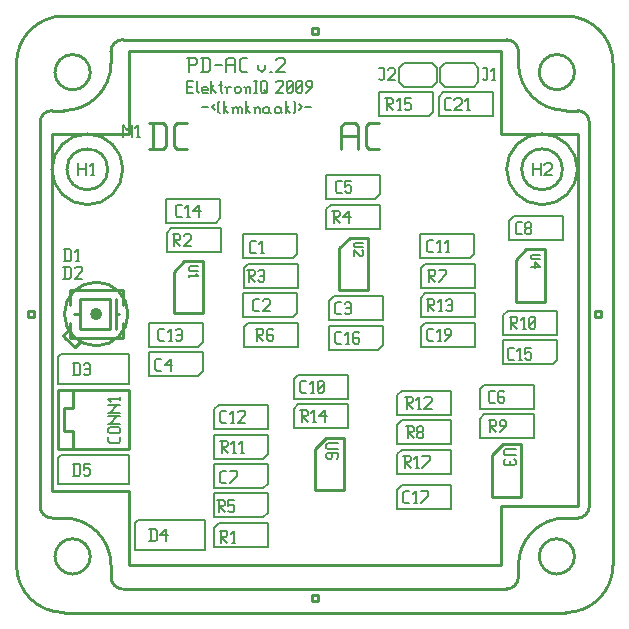
<source format=gbr>
G04 start of page 10 for group -4079 idx -4079 *
G04 Title: PD-ac, topsilk *
G04 Creator: pcb 1.99x *
G04 CreationDate: Fri 09 Jan 2009 03:59:07 PM GMT UTC *
G04 For: kmk *
G04 Format: Gerber/RS-274X *
G04 PCB-Dimensions: 275591 314961 *
G04 PCB-Coordinate-Origin: lower left *
%MOIN*%
%FSLAX24Y24*%
%LNFRONTSILK*%
%ADD14C,0.0150*%
%ADD23C,0.0098*%
%ADD32C,0.0088*%
%ADD33C,0.0060*%
%ADD38C,0.0100*%
%ADD55C,0.0110*%
%ADD56C,0.0080*%
%ADD57C,0.0079*%
G54D55*X7677Y4133D02*X20079D01*
X22638Y6101D02*Y18503D01*
X20079Y4133D02*Y6101D01*
X22638D01*
X5117Y18502D02*Y6593D01*
X7677D02*Y4133D01*
X5117Y6593D02*X7677D01*
X20075Y18508D02*Y21262D01*
X7677Y21259D02*Y18503D01*
X20079Y21259D02*X7677D01*
Y18503D02*X5118D01*
X22637Y18503D02*X20077D01*
G54D38*X6299Y18503D02*G75*G03X5118Y17322I0J-1181D01*G01*
G75*G03X6299Y16141I1181J0D01*G01*
X7480Y17322D02*G75*G03X6299Y18503I-1181J0D01*G01*
Y16141D02*G75*G03X7480Y17322I0J1181D01*G01*
X21455Y16141D02*G75*G03X22636Y17322I0J1181D01*G01*
G75*G03X21455Y18503I-1181J0D01*G01*
G75*G03X20274Y17322I0J-1181D01*G01*
G75*G03X21455Y16141I1181J0D01*G01*
G54D32*X8476Y18873D02*Y17989D01*
X8808Y18873D02*X8918Y18763D01*
Y18100D01*
X8808Y17989D02*X8918Y18100D01*
X8366Y17989D02*X8808D01*
X8366Y18873D02*X8808D01*
X9294Y17989D02*X9626D01*
X9184Y18100D02*X9294Y17989D01*
X9184Y18763D02*Y18100D01*
Y18763D02*X9294Y18873D01*
X9626D01*
X14763Y18763D02*Y17989D01*
Y18763D02*X14874Y18873D01*
X15205D01*
X15316Y18763D01*
Y17989D01*
X14763Y18431D02*X15316D01*
X15692Y17989D02*X16023D01*
X15581Y18100D02*X15692Y17989D01*
X15581Y18763D02*Y18100D01*
Y18763D02*X15692Y18873D01*
X16023D01*
G54D33*X9698Y21042D02*Y20554D01*
X9637Y21042D02*X9881D01*
X9942Y20981D01*
Y20859D01*
X9881Y20798D02*X9942Y20859D01*
X9698Y20798D02*X9881D01*
X10149Y21042D02*Y20554D01*
X10332Y21042D02*X10393Y20981D01*
Y20615D01*
X10332Y20554D02*X10393Y20615D01*
X10088Y20554D02*X10332D01*
X10088Y21042D02*X10332D01*
X10540Y20798D02*X10784D01*
X10930Y20981D02*Y20554D01*
Y20981D02*X10991Y21042D01*
X11174D01*
X11235Y20981D01*
Y20554D01*
X10930Y20798D02*X11235D01*
X11443Y20554D02*X11626D01*
X11382Y20615D02*X11443Y20554D01*
X11382Y20981D02*Y20615D01*
Y20981D02*X11443Y21042D01*
X11626D01*
X11992Y20798D02*Y20676D01*
X12114Y20554D01*
X12236Y20676D01*
Y20798D02*Y20676D01*
X12382Y20554D02*X12443D01*
X12590Y20981D02*X12651Y21042D01*
X12834D01*
X12895Y20981D01*
Y20859D01*
X12590Y20554D02*X12895Y20859D01*
X12590Y20554D02*X12895D01*
X9637Y20077D02*X9787D01*
X9637Y19877D02*X9837D01*
X9637Y20277D02*Y19877D01*
Y20277D02*X9837D01*
X9957D02*Y19927D01*
X10007Y19877D01*
X10157D02*X10307D01*
X10107Y19927D02*X10157Y19877D01*
X10107Y20027D02*Y19927D01*
Y20027D02*X10157Y20077D01*
X10257D01*
X10307Y20027D01*
X10107Y19977D02*X10307D01*
Y20027D02*Y19977D01*
X10427Y20277D02*Y19877D01*
Y20027D02*X10577Y19877D01*
X10427Y20027D02*X10527Y20127D01*
X10747Y20277D02*Y19927D01*
X10797Y19877D01*
X10697Y20127D02*X10797D01*
X10947Y20027D02*Y19877D01*
Y20027D02*X10997Y20077D01*
X11097D01*
X10897D02*X10947Y20027D01*
X11217D02*Y19927D01*
Y20027D02*X11267Y20077D01*
X11367D01*
X11417Y20027D01*
Y19927D01*
X11367Y19877D02*X11417Y19927D01*
X11267Y19877D02*X11367D01*
X11217Y19927D02*X11267Y19877D01*
X11587Y20027D02*Y19877D01*
Y20027D02*X11637Y20077D01*
X11687D01*
X11737Y20027D01*
Y19877D01*
X11537Y20077D02*X11587Y20027D01*
X11858Y20277D02*X11958D01*
X11908D02*Y19877D01*
X11858D02*X11958D01*
X12078Y20227D02*Y19927D01*
Y20227D02*X12128Y20277D01*
X12228D01*
X12278Y20227D01*
Y19927D01*
X12228Y19877D02*X12278Y19927D01*
X12128Y19877D02*X12228D01*
X12078Y19927D02*X12128Y19877D01*
X12178Y19977D02*X12278Y19877D01*
X12578Y20227D02*X12628Y20277D01*
X12778D01*
X12828Y20227D01*
Y20127D01*
X12578Y19877D02*X12828Y20127D01*
X12578Y19877D02*X12828D01*
X12948Y19927D02*X12998Y19877D01*
X12948Y20227D02*Y19927D01*
Y20227D02*X12998Y20277D01*
X13098D01*
X13148Y20227D01*
Y19927D01*
X13098Y19877D02*X13148Y19927D01*
X12998Y19877D02*X13098D01*
X12948Y19977D02*X13148Y20177D01*
X13268Y19927D02*X13318Y19877D01*
X13268Y20227D02*Y19927D01*
Y20227D02*X13318Y20277D01*
X13418D01*
X13468Y20227D01*
Y19927D01*
X13418Y19877D02*X13468Y19927D01*
X13318Y19877D02*X13418D01*
X13268Y19977D02*X13468Y20177D01*
X13588Y19877D02*X13788Y20077D01*
Y20227D02*Y20077D01*
X13738Y20277D02*X13788Y20227D01*
X13638Y20277D02*X13738D01*
X13588Y20227D02*X13638Y20277D01*
X13588Y20227D02*Y20127D01*
X13638Y20077D01*
X13788D01*
X10129Y19388D02*X10329D01*
X10449D02*X10549Y19488D01*
X10449Y19388D02*X10549Y19288D01*
X10669Y19238D02*X10719Y19188D01*
X10669Y19538D02*X10719Y19588D01*
X10669Y19538D02*Y19238D01*
X10839Y19588D02*Y19188D01*
Y19338D02*X10989Y19188D01*
X10839Y19338D02*X10939Y19438D01*
X11159Y19338D02*Y19188D01*
Y19338D02*X11209Y19388D01*
X11259D01*
X11309Y19338D01*
Y19188D01*
Y19338D02*X11359Y19388D01*
X11409D01*
X11459Y19338D01*
Y19188D01*
X11109Y19388D02*X11159Y19338D01*
X11579Y19588D02*Y19188D01*
Y19338D02*X11729Y19188D01*
X11579Y19338D02*X11679Y19438D01*
X11899Y19338D02*Y19188D01*
Y19338D02*X11949Y19388D01*
X11999D01*
X12049Y19338D01*
Y19188D01*
X11849Y19388D02*X11899Y19338D01*
X12319Y19388D02*X12369Y19338D01*
X12219Y19388D02*X12319D01*
X12169Y19338D02*X12219Y19388D01*
X12169Y19338D02*Y19238D01*
X12219Y19188D01*
X12369Y19388D02*Y19238D01*
X12419Y19188D01*
X12219D02*X12319D01*
X12369Y19238D01*
X12689Y19388D02*X12739Y19338D01*
X12589Y19388D02*X12689D01*
X12539Y19338D02*X12589Y19388D01*
X12539Y19338D02*Y19238D01*
X12589Y19188D01*
X12739Y19388D02*Y19238D01*
X12789Y19188D01*
X12589D02*X12689D01*
X12739Y19238D01*
X12910Y19588D02*Y19188D01*
Y19338D02*X13060Y19188D01*
X12910Y19338D02*X13010Y19438D01*
X13180Y19588D02*X13230Y19538D01*
Y19238D01*
X13180Y19188D02*X13230Y19238D01*
X13350Y19488D02*X13450Y19388D01*
X13350Y19288D02*X13450Y19388D01*
X13570D02*X13770D01*
G54D56*X17415Y12395D02*X19215D01*
Y13195D01*
X17565D01*
X17415Y13045D01*
Y12395D01*
G54D38*X21553Y12909D02*Y13779D01*
X20573Y12909D02*X21553D01*
X20573Y13779D02*Y12909D01*
X21553Y14649D02*Y13779D01*
X20933Y14649D02*X21553D01*
X20573Y14289D02*X20933Y14649D01*
X20573Y13779D02*Y14289D01*
G54D56*X17415Y13379D02*X19215D01*
Y14179D01*
X17565D01*
X17415Y14029D01*
Y13379D01*
X17399Y15163D02*X19199D01*
X17399D02*Y14363D01*
X19049D01*
X19199Y14513D01*
Y15163D02*Y14513D01*
X20170Y11804D02*X21970D01*
Y12604D01*
X20320D01*
X20170Y12454D01*
Y11804D01*
X20367Y14954D02*X22167D01*
Y15754D01*
X20517D01*
X20367Y15604D01*
Y14954D01*
X8344Y11242D02*X10144D01*
X8344D02*Y10442D01*
X9994D01*
X10144Y10592D01*
Y11242D02*Y10592D01*
X5315Y10169D02*X7677D01*
Y11153D01*
X5413D01*
X5315Y11055D01*
Y10169D01*
X8344Y12211D02*X10144D01*
X8344D02*Y11411D01*
X9994D01*
X10144Y11561D01*
Y12211D02*Y11561D01*
X10509Y6518D02*X12309D01*
X10509D02*Y5718D01*
X12159D01*
X12309Y5868D01*
Y6518D02*Y5868D01*
X10509Y7486D02*X12309D01*
X10509D02*Y6686D01*
X12159D01*
X12309Y6836D01*
Y7486D02*Y6836D01*
X10509Y8470D02*X12309D01*
X10509D02*Y7670D01*
X12159D01*
X12309Y7820D01*
Y8470D02*Y7820D01*
X10525Y4718D02*X12325D01*
Y5518D01*
X10675D01*
X10525Y5368D01*
Y4718D01*
G54D38*X13880Y8006D02*X14240Y8366D01*
X13880Y6626D02*X14860D01*
Y8366D01*
X14240D02*X14860D01*
X13880Y6626D02*Y8006D01*
G54D56*X16627Y5997D02*X18427D01*
Y6797D02*Y5997D01*
X16777Y6797D02*X18427D01*
X16777D02*X16627Y6647D01*
Y5997D01*
Y7178D02*X18427D01*
Y7978D01*
X16777D01*
X16627Y7828D01*
Y7178D01*
G54D38*X20765Y6413D02*Y7283D01*
X19785Y6413D02*X20765D01*
X19785Y7283D02*Y6413D01*
X20765Y8153D02*Y7283D01*
X20145Y8153D02*X20765D01*
X19785Y7793D02*X20145Y8153D01*
X19785Y7283D02*Y7793D01*
X22244Y22430D02*X5512D01*
G54D23*X22244Y5698D02*X22638D01*
G54D38*X3937Y4123D02*Y20855D01*
G54D23*X20669Y4123D02*Y3729D01*
G54D38*X4724Y18887D02*Y6091D01*
X5512Y2548D02*X22244D01*
X7480Y3336D02*X20275D01*
G54D23*X20669Y21249D02*Y20855D01*
X7086Y21249D02*Y20855D01*
X5118Y19280D02*X5512D01*
X7086Y3729D02*Y4123D01*
X5118Y5698D02*X5512D01*
X22244Y19280D02*X22638D01*
G54D38*X23819Y20855D02*Y4123D01*
X23031Y18887D02*Y6091D01*
X7480Y21643D02*X20275D01*
G54D23*X23228Y12588D02*Y12391D01*
Y12588D02*X23425D01*
X23228Y12391D02*X23425D01*
X4527Y12588D02*X4330D01*
Y12391D01*
X4527D01*
X13976Y3139D02*Y2942D01*
X13779D02*Y3139D01*
X13976D01*
X13779Y21839D02*Y22036D01*
X13976D01*
Y21839D01*
X13779D01*
X13976Y2942D02*X13779D01*
X23425Y12588D02*Y12391D01*
X4527Y12588D02*Y12391D01*
X4724Y6091D02*G75*G03X5118Y5698I393J0D01*G01*
X7480Y21643D02*G75*G03X7086Y21249I0J-393D01*G01*
X22244Y5698D02*G75*G03X20669Y4123I0J-1574D01*G01*
Y20855D02*G75*G03X22244Y19280I1574J0D01*G01*
X22638Y5698D02*G75*G03X23031Y6091I0J393D01*G01*
X20669Y21249D02*G75*G03X20275Y21643I-393J0D01*G01*
X3937Y4123D02*G75*G03X5512Y2548I1574J0D01*G01*
Y22430D02*G75*G03X3937Y20855I0J-1574D01*G01*
X5118Y19280D02*G75*G03X4724Y18887I0J-393D01*G01*
X5512Y19280D02*G75*G03X7086Y20855I0J1574D01*G01*
Y4123D02*G75*G03X5512Y5698I-1574J0D01*G01*
X7086Y3729D02*G75*G03X7480Y3336I393J0D01*G01*
X23031Y18887D02*G75*G03X22638Y19280I-393J0D01*G01*
X20275Y3336D02*G75*G03X20669Y3729I0J393D01*G01*
X23819Y20855D02*G75*G03X22244Y22430I-1574J0D01*G01*
Y2548D02*G75*G03X23819Y4123I0J1574D01*G01*
X21949Y5009D02*G75*G03X21358Y4418I0J-590D01*G01*
X22539D02*G75*G03X21949Y5009I-590J0D01*G01*
X21948Y3828D02*G75*G03X22539Y4418I0J590D01*G01*
X21358Y4418D02*G75*G03X21948Y3828I590J0D01*G01*
X6397Y4418D02*G75*G03X5807Y5009I-590J0D01*G01*
X5807Y3828D02*G75*G03X6397Y4418I0J590D01*G01*
X5216Y4418D02*G75*G03X5807Y3828I590J0D01*G01*
X5807Y5009D02*G75*G03X5216Y4418I0J-590D01*G01*
X5807Y19969D02*G75*G03X6397Y20560I0J590D01*G01*
Y20560D02*G75*G03X5807Y21151I-590J0D01*G01*
Y21150D02*G75*G03X5216Y20560I0J-590D01*G01*
X5216D02*G75*G03X5807Y19969I590J0D01*G01*
X21949Y21151D02*G75*G03X21358Y20560I0J-590D01*G01*
X22539D02*G75*G03X21948Y21151I-590J0D01*G01*
Y19969D02*G75*G03X22539Y20560I0J590D01*G01*
X21358Y20560D02*G75*G03X21948Y19969I590J0D01*G01*
G54D56*X10526Y8671D02*X12326D01*
Y9471D01*
X10676D01*
X10526Y9321D01*
Y8671D01*
X19383Y9344D02*X21183D01*
Y10144D01*
X19533D01*
X19383Y9994D01*
Y9344D01*
Y8359D02*X21183D01*
Y9159D01*
X19533D01*
X19383Y9009D01*
Y8359D01*
X16627Y9147D02*X18427D01*
Y9947D01*
X16777D01*
X16627Y9797D01*
Y9147D01*
Y8163D02*X18427D01*
Y8963D01*
X16777D01*
X16627Y8813D01*
Y8163D01*
X17418Y11410D02*X19218D01*
Y12210D01*
X17568D01*
X17418Y12060D01*
Y11410D01*
X20155Y11620D02*X21955D01*
X20155D02*Y10820D01*
X21805D01*
X21955Y10970D01*
Y11620D02*Y10970D01*
X13186Y8687D02*X14986D01*
Y9487D01*
X13336D01*
X13186Y9337D01*
Y8687D01*
Y9672D02*X14986D01*
Y10472D02*Y9672D01*
X13336Y10472D02*X14986D01*
X13336D02*X13186Y10322D01*
Y9672D01*
X14348Y12112D02*X16148D01*
X14348D02*Y11312D01*
X15998D01*
X16148Y11462D01*
Y12112D02*Y11462D01*
X11509Y11411D02*X13309D01*
Y12211D02*Y11411D01*
X11659Y12211D02*X13309D01*
X11659D02*X11509Y12061D01*
Y11411D01*
G54D38*X6043Y11554D02*X5885Y11396D01*
Y11396D02*Y11396D01*
Y11396D02*X5570Y11711D01*
X5492Y11790D01*
X5649Y11947D01*
X6594Y11436D02*G75*G03X7657Y12499I0J1063D01*G01*
X5531Y12499D02*G75*G03X6594Y11436I1063J0D01*G01*
X6594Y13562D02*G75*G03X5531Y12499I0J-1063D01*G01*
X7657Y12499D02*G75*G03X6594Y13562I-1062J0D01*G01*
X6436Y12499D02*G75*G03X6594Y12341I157J0D01*G01*
G75*G03X6751Y12499I0J157D01*G01*
G75*G03X6594Y12656I-157J0D01*G01*
X6594D02*G75*G03X6436Y12498I0J-157D01*G01*
G54D14*X6594Y12420D02*G75*G03X6673Y12499I0J78D01*G01*
X6515Y12499D02*G75*G03X6594Y12420I78J0D01*G01*
G54D38*X6673Y12499D02*G75*G03X6594Y12577I-78J0D01*G01*
G54D14*G75*G03X6515Y12499I0J-78D01*G01*
G54D56*X5315Y6822D02*X7677D01*
Y7807D01*
X5413D01*
X5315Y7708D01*
Y6822D01*
G54D38*X7677Y9972D02*Y8003D01*
X5315Y9972D02*X7677D01*
X5315D02*Y8003D01*
X7677D01*
G54D23*X5807Y8594D02*Y8003D01*
Y9972D02*Y9381D01*
X5512Y8594D02*X5807D01*
X5512Y9381D02*Y8594D01*
Y9381D02*X5807D01*
G54D56*X7874Y4641D02*X10236D01*
Y5626D01*
X7972D01*
X7874Y5527D01*
Y4641D01*
G54D38*X5709Y12204D02*Y11712D01*
X7480D01*
Y12204D02*Y11712D01*
Y13286D02*Y12794D01*
X5709Y13286D02*X7480D01*
X5709D02*Y12794D01*
X6043Y11987D02*X7067D01*
Y13011D02*Y11987D01*
X6043Y13011D02*X7067D01*
X6043D02*Y11987D01*
X7264Y13011D02*Y11987D01*
X5847Y12499D02*X6043D01*
X7264D02*X7343D01*
G54D33*X6595Y12617D02*Y12381D01*
X6476Y12499D02*X6713D01*
G54D56*X8934Y16344D02*X10734D01*
X8934D02*Y15544D01*
X10584D01*
X10734Y15694D01*
Y16344D02*Y15694D01*
G54D38*X5618Y17322D02*G75*G03X5618Y17322I680J0D01*G01*
G54D56*X14363Y12296D02*X16163D01*
Y13096D01*
X14513D01*
X14363Y12946D01*
Y12296D01*
X11509Y13379D02*X13309D01*
Y14179D01*
X11659D01*
X11509Y14029D01*
Y13379D01*
X11493Y15163D02*X13293D01*
X11493D02*Y14363D01*
X13143D01*
X13293Y14513D01*
Y15163D02*Y14513D01*
G54D38*X10151Y13385D02*Y12515D01*
X9171D02*X10151D01*
X9171Y13385D02*Y12515D01*
X10151Y14255D02*Y13385D01*
X9531Y14255D02*X10151D01*
X9171Y13895D02*X9531Y14255D01*
X9171Y13895D02*Y13385D01*
X15663Y13303D02*Y14173D01*
X14683Y13303D02*X15663D01*
X14683Y14173D02*Y13303D01*
X15663Y15043D02*Y14173D01*
X15043Y15043D02*X15663D01*
X14683Y14683D02*X15043Y15043D01*
X14683Y14173D02*Y14683D01*
G54D56*X11493Y13195D02*X13293D01*
X11493D02*Y12395D01*
X13143D01*
X13293Y12545D01*
Y13195D02*Y12545D01*
X8950Y14560D02*X10750D01*
Y15360D01*
X9100D01*
X8950Y15210D01*
Y14560D01*
X14249Y17132D02*X16049D01*
X14249D02*Y16332D01*
X15899D01*
X16049Y16482D01*
Y17132D02*Y16482D01*
X14265Y15348D02*X16065D01*
Y16148D01*
X14415D01*
X14265Y15998D01*
Y15348D01*
G54D38*X20775Y17322D02*G75*G03X20775Y17322I680J0D01*G01*
G54D56*X16025Y19887D02*X17825D01*
X16025D02*Y19087D01*
X17675D01*
X17825Y19237D01*
Y19887D02*Y19237D01*
X18005Y19088D02*X19805D01*
Y19888D01*
X18155D01*
X18005Y19738D01*
Y19088D01*
G54D57*X18228Y20078D02*X19173D01*
X18228D02*X18070Y20236D01*
Y20708D02*Y20236D01*
Y20708D02*X18228Y20866D01*
X19173D01*
X19330Y20708D01*
Y20236D01*
X19173Y20078D01*
X16850Y20866D02*X17795D01*
X17952Y20708D01*
Y20236D01*
X17795Y20078D01*
X16850D01*
X16692Y20236D01*
Y20708D01*
X16850Y20866D01*
G54D33*X5857Y7510D02*Y7110D01*
X6007Y7510D02*X6057Y7460D01*
Y7160D01*
X6007Y7110D02*X6057Y7160D01*
X5807Y7110D02*X6007D01*
X5807Y7510D02*X6007D01*
X6177D02*X6377D01*
X6177D02*Y7310D01*
X6227Y7360D01*
X6327D01*
X6377Y7310D01*
Y7160D01*
X6327Y7110D02*X6377Y7160D01*
X6227Y7110D02*X6327D01*
X6177Y7160D02*X6227Y7110D01*
X8613Y10606D02*X8763D01*
X8563Y10656D02*X8613Y10606D01*
X8563Y10956D02*Y10656D01*
Y10956D02*X8613Y11006D01*
X8763D01*
X8883Y10806D02*X9083Y11006D01*
X8883Y10806D02*X9133D01*
X9083Y11006D02*Y10606D01*
X5857Y10856D02*Y10456D01*
X6007Y10856D02*X6057Y10806D01*
Y10506D01*
X6007Y10456D02*X6057Y10506D01*
X5807Y10456D02*X6007D01*
X5807Y10856D02*X6007D01*
X6177Y10806D02*X6227Y10856D01*
X6327D01*
X6377Y10806D01*
Y10506D01*
X6327Y10456D02*X6377Y10506D01*
X6227Y10456D02*X6327D01*
X6177Y10506D02*X6227Y10456D01*
Y10656D02*X6377D01*
X7389Y8400D02*Y8250D01*
X7339Y8200D02*X7389Y8250D01*
X7039Y8200D02*X7339D01*
X7039D02*X6989Y8250D01*
Y8400D02*Y8250D01*
X7039Y8520D02*X7339D01*
X7039D02*X6989Y8570D01*
Y8670D02*Y8570D01*
Y8670D02*X7039Y8720D01*
X7339D01*
X7389Y8670D02*X7339Y8720D01*
X7389Y8670D02*Y8570D01*
X7339Y8520D02*X7389Y8570D01*
X6989Y8841D02*X7389D01*
X6989D02*X7039D01*
X7289Y9091D01*
X6989D02*X7389D01*
X6989Y9211D02*X7389D01*
X6989D02*X7039D01*
X7289Y9461D01*
X6989D02*X7389D01*
Y9731D02*Y9631D01*
X6989Y9681D02*X7389D01*
X7089Y9581D02*X6989Y9681D01*
X8707Y11612D02*X8857D01*
X8657Y11662D02*X8707Y11612D01*
X8657Y11962D02*Y11662D01*
Y11962D02*X8707Y12012D01*
X8857D01*
X9027Y11612D02*X9127D01*
X9077Y12012D02*Y11612D01*
X8977Y11912D02*X9077Y12012D01*
X9247Y11962D02*X9297Y12012D01*
X9397D01*
X9447Y11962D01*
Y11662D01*
X9397Y11612D02*X9447Y11662D01*
X9297Y11612D02*X9397D01*
X9247Y11662D02*X9297Y11612D01*
Y11812D02*X9447D01*
X17644Y13979D02*X17844D01*
X17894Y13929D01*
Y13829D01*
X17844Y13779D02*X17894Y13829D01*
X17694Y13779D02*X17844D01*
X17694Y13979D02*Y13579D01*
Y13779D02*X17894Y13579D01*
X18014D02*X18264Y13829D01*
Y13979D02*Y13829D01*
X18014Y13979D02*X18264D01*
X17676Y14554D02*X17826D01*
X17626Y14604D02*X17676Y14554D01*
X17626Y14904D02*Y14604D01*
Y14904D02*X17676Y14954D01*
X17826D01*
X17996Y14554D02*X18096D01*
X18046Y14954D02*Y14554D01*
X17946Y14854D02*X18046Y14954D01*
X18266Y14554D02*X18366D01*
X18316Y14954D02*Y14554D01*
X18216Y14854D02*X18316Y14954D01*
X15222Y14873D02*X15495D01*
X15222D02*X15183Y14834D01*
Y14756D01*
X15222Y14717D01*
X15495D01*
X15456Y14623D02*X15495Y14584D01*
Y14467D01*
X15456Y14428D01*
X15378D02*X15456D01*
X15183Y14623D02*X15378Y14428D01*
X15183Y14623D02*Y14428D01*
X16035Y20683D02*X16185D01*
Y20333D01*
X16135Y20283D02*X16185Y20333D01*
X16085Y20283D02*X16135D01*
X16035Y20333D02*X16085Y20283D01*
X16305Y20633D02*X16355Y20683D01*
X16505D01*
X16555Y20633D01*
Y20533D01*
X16305Y20283D02*X16555Y20533D01*
X16305Y20283D02*X16555D01*
X14465Y15948D02*X14665D01*
X14715Y15898D01*
Y15798D01*
X14665Y15748D02*X14715Y15798D01*
X14515Y15748D02*X14665D01*
X14515Y15948D02*Y15548D01*
Y15748D02*X14715Y15548D01*
X14835Y15748D02*X15035Y15948D01*
X14835Y15748D02*X15085D01*
X15035Y15948D02*Y15548D01*
X6002Y17518D02*Y17118D01*
X6252Y17518D02*Y17118D01*
X6002Y17318D02*X6252D01*
X6422Y17118D02*X6522D01*
X6472Y17518D02*Y17118D01*
X6372Y17418D02*X6472Y17518D01*
X7480Y18787D02*Y18387D01*
Y18787D02*X7630Y18637D01*
X7780Y18787D01*
Y18387D01*
X7950D02*X8050D01*
X8000Y18787D02*Y18387D01*
X7900Y18687D02*X8000Y18787D01*
X11920Y12012D02*X12120D01*
X12170Y11962D01*
Y11862D01*
X12120Y11812D02*X12170Y11862D01*
X11970Y11812D02*X12120D01*
X11970Y12012D02*Y11612D01*
Y11812D02*X12170Y11612D01*
X12441Y12012D02*X12491Y11962D01*
X12341Y12012D02*X12441D01*
X12291Y11962D02*X12341Y12012D01*
X12291Y11962D02*Y11662D01*
X12341Y11612D01*
X12441Y11812D02*X12491Y11762D01*
X12291Y11812D02*X12441D01*
X12341Y11612D02*X12441D01*
X12491Y11662D01*
Y11762D02*Y11662D01*
X16893Y9748D02*X17093D01*
X17143Y9698D01*
Y9598D01*
X17093Y9548D02*X17143Y9598D01*
X16943Y9548D02*X17093D01*
X16943Y9748D02*Y9348D01*
Y9548D02*X17143Y9348D01*
X17313D02*X17413D01*
X17363Y9748D02*Y9348D01*
X17263Y9648D02*X17363Y9748D01*
X17533Y9698D02*X17583Y9748D01*
X17733D01*
X17783Y9698D01*
Y9598D01*
X17533Y9348D02*X17783Y9598D01*
X17533Y9348D02*X17783D01*
X11872Y12596D02*X12022D01*
X11822Y12646D02*X11872Y12596D01*
X11822Y12946D02*Y12646D01*
Y12946D02*X11872Y12996D01*
X12022D01*
X12142Y12946D02*X12192Y12996D01*
X12342D01*
X12392Y12946D01*
Y12846D01*
X12142Y12596D02*X12392Y12846D01*
X12142Y12596D02*X12392D01*
X16924Y8763D02*X17124D01*
X17174Y8713D01*
Y8613D01*
X17124Y8563D02*X17174Y8613D01*
X16974Y8563D02*X17124D01*
X16974Y8763D02*Y8363D01*
Y8563D02*X17174Y8363D01*
X17294Y8413D02*X17344Y8363D01*
X17294Y8513D02*Y8413D01*
Y8513D02*X17344Y8563D01*
X17444D01*
X17494Y8513D01*
Y8413D01*
X17444Y8363D02*X17494Y8413D01*
X17344Y8363D02*X17444D01*
X17294Y8613D02*X17344Y8563D01*
X17294Y8713D02*Y8613D01*
Y8713D02*X17344Y8763D01*
X17444D01*
X17494Y8713D01*
Y8613D01*
X17444Y8563D02*X17494Y8613D01*
X9297Y15745D02*X9447D01*
X9247Y15795D02*X9297Y15745D01*
X9247Y16095D02*Y15795D01*
Y16095D02*X9297Y16145D01*
X9447D01*
X9617Y15745D02*X9717D01*
X9667Y16145D02*Y15745D01*
X9567Y16045D02*X9667Y16145D01*
X9837Y15945D02*X10037Y16145D01*
X9837Y15945D02*X10087D01*
X10037Y16145D02*Y15745D01*
X9150Y15160D02*X9350D01*
X9400Y15110D01*
Y15010D01*
X9350Y14960D02*X9400Y15010D01*
X9200Y14960D02*X9350D01*
X9200Y15160D02*Y14760D01*
Y14960D02*X9400Y14760D01*
X9520Y15110D02*X9570Y15160D01*
X9720D01*
X9770Y15110D01*
Y15010D01*
X9520Y14760D02*X9770Y15010D01*
X9520Y14760D02*X9770D01*
X11626Y13979D02*X11826D01*
X11876Y13929D01*
Y13829D01*
X11826Y13779D02*X11876Y13829D01*
X11676Y13779D02*X11826D01*
X11676Y13979D02*Y13579D01*
Y13779D02*X11876Y13579D01*
X11996Y13929D02*X12046Y13979D01*
X12146D01*
X12196Y13929D01*
Y13629D01*
X12146Y13579D02*X12196Y13629D01*
X12046Y13579D02*X12146D01*
X11996Y13629D02*X12046Y13579D01*
Y13779D02*X12196D01*
X11759Y14528D02*X11909D01*
X11709Y14578D02*X11759Y14528D01*
X11709Y14878D02*Y14578D01*
Y14878D02*X11759Y14928D01*
X11909D01*
X12079Y14528D02*X12179D01*
X12129Y14928D02*Y14528D01*
X12029Y14828D02*X12129Y14928D01*
X9710Y14085D02*X9983D01*
X9710D02*X9671Y14046D01*
Y13968D01*
X9710Y13929D01*
X9983D01*
X9671Y13797D02*Y13719D01*
Y13758D02*X9983D01*
X9905Y13836D02*X9983Y13758D01*
X5564Y14655D02*Y14255D01*
X5714Y14655D02*X5764Y14605D01*
Y14305D01*
X5714Y14255D02*X5764Y14305D01*
X5514Y14255D02*X5714D01*
X5514Y14655D02*X5714D01*
X5934Y14255D02*X6034D01*
X5984Y14655D02*Y14255D01*
X5884Y14555D02*X5984Y14655D01*
X5553Y14075D02*Y13675D01*
X5703Y14075D02*X5753Y14025D01*
Y13725D01*
X5703Y13675D02*X5753Y13725D01*
X5503Y13675D02*X5703D01*
X5503Y14075D02*X5703D01*
X5873Y14025D02*X5923Y14075D01*
X6073D01*
X6123Y14025D01*
Y13925D01*
X5873Y13675D02*X6123Y13925D01*
X5873Y13675D02*X6123D01*
X10626Y6286D02*X10826D01*
X10876Y6236D01*
Y6136D01*
X10826Y6086D02*X10876Y6136D01*
X10676Y6086D02*X10826D01*
X10676Y6286D02*Y5886D01*
Y6086D02*X10876Y5886D01*
X10996Y6286D02*X11196D01*
X10996D02*Y6086D01*
X11046Y6136D01*
X11146D01*
X11196Y6086D01*
Y5936D01*
X11146Y5886D02*X11196Y5936D01*
X11046Y5886D02*X11146D01*
X10996Y5936D02*X11046Y5886D01*
X13389Y9283D02*X13589D01*
X13639Y9233D01*
Y9133D01*
X13589Y9083D02*X13639Y9133D01*
X13439Y9083D02*X13589D01*
X13439Y9283D02*Y8883D01*
Y9083D02*X13639Y8883D01*
X13809D02*X13909D01*
X13859Y9283D02*Y8883D01*
X13759Y9183D02*X13859Y9283D01*
X14029Y9083D02*X14229Y9283D01*
X14029Y9083D02*X14279D01*
X14229Y9283D02*Y8883D01*
X10779Y8866D02*X10929D01*
X10729Y8916D02*X10779Y8866D01*
X10729Y9216D02*Y8916D01*
Y9216D02*X10779Y9266D01*
X10929D01*
X11099Y8866D02*X11199D01*
X11149Y9266D02*Y8866D01*
X11049Y9166D02*X11149Y9266D01*
X11319Y9216D02*X11369Y9266D01*
X11519D01*
X11569Y9216D01*
Y9116D01*
X11319Y8866D02*X11569Y9116D01*
X11319Y8866D02*X11569D01*
X10778Y6850D02*X10928D01*
X10728Y6900D02*X10778Y6850D01*
X10728Y7200D02*Y6900D01*
Y7200D02*X10778Y7250D01*
X10928D01*
X11048Y6850D02*X11298Y7100D01*
Y7250D02*Y7100D01*
X11048Y7250D02*X11298D01*
X16880Y6192D02*X17030D01*
X16830Y6242D02*X16880Y6192D01*
X16830Y6542D02*Y6242D01*
Y6542D02*X16880Y6592D01*
X17030D01*
X17200Y6192D02*X17300D01*
X17250Y6592D02*Y6192D01*
X17150Y6492D02*X17250Y6592D01*
X17420Y6192D02*X17670Y6442D01*
Y6592D02*Y6442D01*
X17420Y6592D02*X17670D01*
X10725Y8270D02*X10925D01*
X10975Y8220D01*
Y8120D01*
X10925Y8070D02*X10975Y8120D01*
X10775Y8070D02*X10925D01*
X10775Y8270D02*Y7870D01*
Y8070D02*X10975Y7870D01*
X11145D02*X11245D01*
X11195Y8270D02*Y7870D01*
X11095Y8170D02*X11195Y8270D01*
X11415Y7870D02*X11515D01*
X11465Y8270D02*Y7870D01*
X11365Y8170D02*X11465Y8270D01*
X13439Y9867D02*X13589D01*
X13389Y9917D02*X13439Y9867D01*
X13389Y10217D02*Y9917D01*
Y10217D02*X13439Y10267D01*
X13589D01*
X13759Y9867D02*X13859D01*
X13809Y10267D02*Y9867D01*
X13709Y10167D02*X13809Y10267D01*
X13979Y9917D02*X14029Y9867D01*
X13979Y10217D02*Y9917D01*
Y10217D02*X14029Y10267D01*
X14129D01*
X14179Y10217D01*
Y9917D01*
X14129Y9867D02*X14179Y9917D01*
X14029Y9867D02*X14129D01*
X13979Y9967D02*X14179Y10167D01*
X8416Y5329D02*Y4929D01*
X8566Y5329D02*X8616Y5279D01*
Y4979D01*
X8566Y4929D02*X8616Y4979D01*
X8366Y4929D02*X8566D01*
X8366Y5329D02*X8566D01*
X8736Y5129D02*X8936Y5329D01*
X8736Y5129D02*X8986D01*
X8936Y5329D02*Y4929D01*
X10706Y5276D02*X10906D01*
X10956Y5226D01*
Y5126D01*
X10906Y5076D02*X10956Y5126D01*
X10756Y5076D02*X10906D01*
X10756Y5276D02*Y4876D01*
Y5076D02*X10956Y4876D01*
X11126D02*X11226D01*
X11176Y5276D02*Y4876D01*
X11076Y5176D02*X11176Y5276D01*
X14313Y8185D02*X14663D01*
X14313D02*X14263Y8135D01*
Y8035D01*
X14313Y7985D01*
X14663D01*
Y7715D02*X14613Y7665D01*
X14663Y7815D02*Y7715D01*
X14613Y7865D02*X14663Y7815D01*
X14313Y7865D02*X14613D01*
X14313D02*X14263Y7815D01*
X14463Y7715D02*X14413Y7665D01*
X14463Y7865D02*Y7715D01*
X14263Y7815D02*Y7715D01*
X14313Y7665D01*
X14413D01*
X14616Y11507D02*X14766D01*
X14566Y11557D02*X14616Y11507D01*
X14566Y11857D02*Y11557D01*
Y11857D02*X14616Y11907D01*
X14766D01*
X14937Y11507D02*X15037D01*
X14987Y11907D02*Y11507D01*
X14887Y11807D02*X14987Y11907D01*
X15307D02*X15357Y11857D01*
X15207Y11907D02*X15307D01*
X15157Y11857D02*X15207Y11907D01*
X15157Y11857D02*Y11557D01*
X15207Y11507D01*
X15307Y11707D02*X15357Y11657D01*
X15157Y11707D02*X15307D01*
X15207Y11507D02*X15307D01*
X15357Y11557D01*
Y11657D02*Y11557D01*
X16830Y7774D02*X17030D01*
X17080Y7724D01*
Y7624D01*
X17030Y7574D02*X17080Y7624D01*
X16880Y7574D02*X17030D01*
X16880Y7774D02*Y7374D01*
Y7574D02*X17080Y7374D01*
X17250D02*X17350D01*
X17300Y7774D02*Y7374D01*
X17200Y7674D02*X17300Y7774D01*
X17470Y7374D02*X17720Y7624D01*
Y7774D02*Y7624D01*
X17470Y7774D02*X17720D01*
X17671Y11606D02*X17821D01*
X17621Y11656D02*X17671Y11606D01*
X17621Y11956D02*Y11656D01*
Y11956D02*X17671Y12006D01*
X17821D01*
X17991Y11606D02*X18091D01*
X18041Y12006D02*Y11606D01*
X17941Y11906D02*X18041Y12006D01*
X18211Y11606D02*X18411Y11806D01*
Y11956D02*Y11806D01*
X18361Y12006D02*X18411Y11956D01*
X18261Y12006D02*X18361D01*
X18211Y11956D02*X18261Y12006D01*
X18211Y11956D02*Y11856D01*
X18261Y11806D01*
X18411D01*
X17615Y12995D02*X17815D01*
X17865Y12945D01*
Y12845D01*
X17815Y12795D02*X17865Y12845D01*
X17665Y12795D02*X17815D01*
X17665Y12995D02*Y12595D01*
Y12795D02*X17865Y12595D01*
X18035D02*X18135D01*
X18085Y12995D02*Y12595D01*
X17985Y12895D02*X18085Y12995D01*
X18255Y12945D02*X18305Y12995D01*
X18405D01*
X18455Y12945D01*
Y12645D01*
X18405Y12595D02*X18455Y12645D01*
X18305Y12595D02*X18405D01*
X18255Y12645D02*X18305Y12595D01*
Y12795D02*X18455D01*
X14613Y12496D02*X14763D01*
X14563Y12546D02*X14613Y12496D01*
X14563Y12846D02*Y12546D01*
Y12846D02*X14613Y12896D01*
X14763D01*
X14883Y12846D02*X14933Y12896D01*
X15033D01*
X15083Y12846D01*
Y12546D01*
X15033Y12496D02*X15083Y12546D01*
X14933Y12496D02*X15033D01*
X14883Y12546D02*X14933Y12496D01*
Y12696D02*X15083D01*
X19681Y8959D02*X19881D01*
X19931Y8909D01*
Y8809D01*
X19881Y8759D02*X19931Y8809D01*
X19731Y8759D02*X19881D01*
X19731Y8959D02*Y8559D01*
Y8759D02*X19931Y8559D01*
X20052D02*X20252Y8759D01*
Y8909D02*Y8759D01*
X20202Y8959D02*X20252Y8909D01*
X20102Y8959D02*X20202D01*
X20052Y8909D02*X20102Y8959D01*
X20052Y8909D02*Y8809D01*
X20102Y8759D01*
X20252D01*
X20225Y7983D02*X20575D01*
X20225D02*X20175Y7933D01*
Y7833D01*
X20225Y7783D01*
X20575D01*
X20525Y7663D02*X20575Y7613D01*
Y7513D01*
X20525Y7463D01*
X20225D02*X20525D01*
X20175Y7513D02*X20225Y7463D01*
X20175Y7613D02*Y7513D01*
X20225Y7663D02*X20175Y7613D01*
X20375D02*Y7463D01*
X21112Y14479D02*X21385D01*
X21112D02*X21073Y14440D01*
Y14362D01*
X21112Y14323D01*
X21385D01*
X21229Y14230D02*X21385Y14074D01*
X21229Y14230D02*Y14035D01*
X21073Y14074D02*X21385D01*
X19731Y9544D02*X19881D01*
X19681Y9594D02*X19731Y9544D01*
X19681Y9894D02*Y9594D01*
Y9894D02*X19731Y9944D01*
X19881D01*
X20152D02*X20202Y9894D01*
X20052Y9944D02*X20152D01*
X20002Y9894D02*X20052Y9944D01*
X20002Y9894D02*Y9594D01*
X20052Y9544D01*
X20152Y9744D02*X20202Y9694D01*
X20002Y9744D02*X20152D01*
X20052Y9544D02*X20152D01*
X20202Y9594D01*
Y9694D02*Y9594D01*
X20386Y12404D02*X20586D01*
X20636Y12354D01*
Y12254D01*
X20586Y12204D02*X20636Y12254D01*
X20436Y12204D02*X20586D01*
X20436Y12404D02*Y12004D01*
Y12204D02*X20636Y12004D01*
X20806D02*X20906D01*
X20856Y12404D02*Y12004D01*
X20756Y12304D02*X20856Y12404D01*
X21026Y12054D02*X21076Y12004D01*
X21026Y12354D02*Y12054D01*
Y12354D02*X21076Y12404D01*
X21176D01*
X21226Y12354D01*
Y12054D01*
X21176Y12004D02*X21226Y12054D01*
X21076Y12004D02*X21176D01*
X21026Y12104D02*X21226Y12304D01*
X20362Y10974D02*X20512D01*
X20312Y11024D02*X20362Y10974D01*
X20312Y11324D02*Y11024D01*
Y11324D02*X20362Y11374D01*
X20512D01*
X20682Y10974D02*X20782D01*
X20732Y11374D02*Y10974D01*
X20632Y11274D02*X20732Y11374D01*
X20902D02*X21102D01*
X20902D02*Y11174D01*
X20952Y11224D01*
X21052D01*
X21102Y11174D01*
Y11024D01*
X21052Y10974D02*X21102Y11024D01*
X20952Y10974D02*X21052D01*
X20902Y11024D02*X20952Y10974D01*
X14628Y16533D02*X14778D01*
X14578Y16583D02*X14628Y16533D01*
X14578Y16883D02*Y16583D01*
Y16883D02*X14628Y16933D01*
X14778D01*
X14898D02*X15098D01*
X14898D02*Y16733D01*
X14948Y16783D01*
X15048D01*
X15098Y16733D01*
Y16583D01*
X15048Y16533D02*X15098Y16583D01*
X14948Y16533D02*X15048D01*
X14898Y16583D02*X14948Y16533D01*
X16235Y19683D02*X16435D01*
X16485Y19633D01*
Y19533D01*
X16435Y19483D02*X16485Y19533D01*
X16285Y19483D02*X16435D01*
X16285Y19683D02*Y19283D01*
Y19483D02*X16485Y19283D01*
X16655D02*X16755D01*
X16705Y19683D02*Y19283D01*
X16605Y19583D02*X16705Y19683D01*
X16875D02*X17075D01*
X16875D02*Y19483D01*
X16925Y19533D01*
X17025D01*
X17075Y19483D01*
Y19333D01*
X17025Y19283D02*X17075Y19333D01*
X16925Y19283D02*X17025D01*
X16875Y19333D02*X16925Y19283D01*
X18258Y19283D02*X18408D01*
X18208Y19333D02*X18258Y19283D01*
X18208Y19633D02*Y19333D01*
Y19633D02*X18258Y19683D01*
X18408D01*
X18528Y19633D02*X18578Y19683D01*
X18728D01*
X18778Y19633D01*
Y19533D01*
X18528Y19283D02*X18778Y19533D01*
X18528Y19283D02*X18778D01*
X18948D02*X19048D01*
X18998Y19683D02*Y19283D01*
X18898Y19583D02*X18998Y19683D01*
X19480Y20683D02*X19630D01*
Y20333D01*
X19580Y20283D02*X19630Y20333D01*
X19530Y20283D02*X19580D01*
X19480Y20333D02*X19530Y20283D01*
X19800D02*X19900D01*
X19850Y20683D02*Y20283D01*
X19750Y20583D02*X19850Y20683D01*
X20633Y15154D02*X20783D01*
X20583Y15204D02*X20633Y15154D01*
X20583Y15504D02*Y15204D01*
Y15504D02*X20633Y15554D01*
X20783D01*
X20903Y15204D02*X20953Y15154D01*
X20903Y15304D02*Y15204D01*
Y15304D02*X20953Y15354D01*
X21053D01*
X21103Y15304D01*
Y15204D01*
X21053Y15154D02*X21103Y15204D01*
X20953Y15154D02*X21053D01*
X20903Y15404D02*X20953Y15354D01*
X20903Y15504D02*Y15404D01*
Y15504D02*X20953Y15554D01*
X21053D01*
X21103Y15504D01*
Y15404D01*
X21053Y15354D02*X21103Y15404D01*
X21160Y17518D02*Y17118D01*
X21410Y17518D02*Y17118D01*
X21160Y17318D02*X21410D01*
X21530Y17468D02*X21580Y17518D01*
X21730D01*
X21780Y17468D01*
Y17368D01*
X21530Y17118D02*X21780Y17368D01*
X21530Y17118D02*X21780D01*
M02*

</source>
